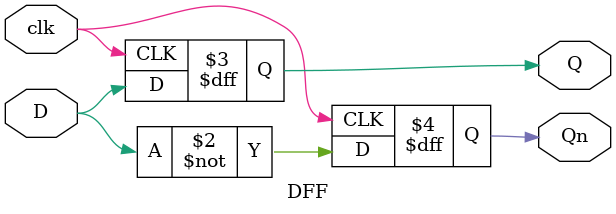
<source format=v>
`timescale 1ns / 1ps

module DFF(
    input D, 
    input clk,
    output reg Q,
    output reg Qn
);

always@(posedge clk) begin
    Q <= D;
    Qn <= ~D;

end

endmodule
</source>
